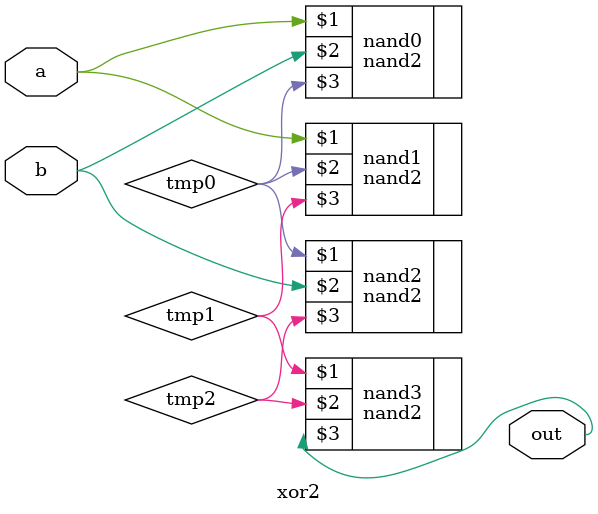
<source format=v>
module xor2(input a,input b,output out);  

  wire tmp0,tmp1,tmp2;
  
  nand2 nand0(a,b,tmp0); 
  
  nand2 nand1(a,tmp0,tmp1); 
  nand2 nand2(tmp0,b,tmp2); 
  nand2 nand3(tmp1,tmp2,out);   
endmodule

</source>
